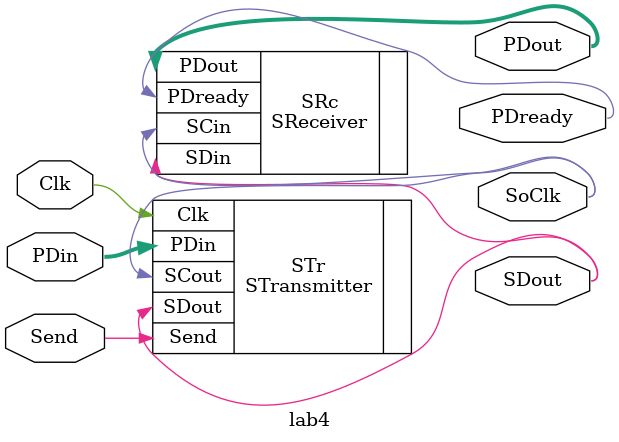
<source format=v>
module lab4
(
	input wire Clk, Send,
	input wire [7:0] PDin,
	output wire [7:0] PDout, 
	output wire PDready, SoClk, SDout
);


STransmitter STr(.Clk(Clk), .Send(Send), .PDin(PDin), .SCout(SoClk), .SDout(SDout));
SReceiver SRc(.SCin(SoClk), .SDin(SDout), .PDout(PDout), .PDready(PDready));

endmodule 
</source>
